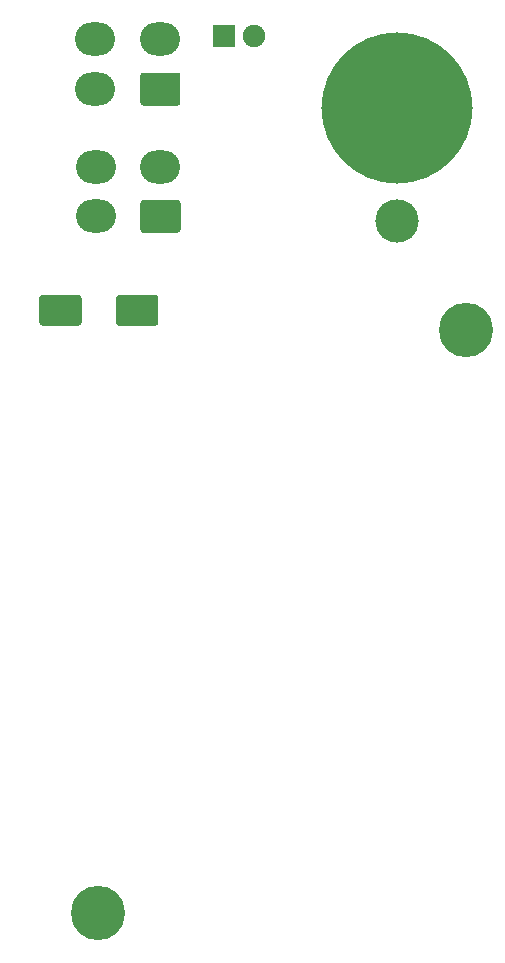
<source format=gbr>
%TF.GenerationSoftware,KiCad,Pcbnew,(5.1.6)-1*%
%TF.CreationDate,2020-12-18T16:59:39+11:00*%
%TF.ProjectId,OBOGS Panel PCB V2,4f424f47-5320-4506-916e-656c20504342,rev?*%
%TF.SameCoordinates,Original*%
%TF.FileFunction,Soldermask,Bot*%
%TF.FilePolarity,Negative*%
%FSLAX46Y46*%
G04 Gerber Fmt 4.6, Leading zero omitted, Abs format (unit mm)*
G04 Created by KiCad (PCBNEW (5.1.6)-1) date 2020-12-18 16:59:39*
%MOMM*%
%LPD*%
G01*
G04 APERTURE LIST*
%ADD10O,3.400000X2.800000*%
%ADD11C,3.672000*%
%ADD12C,12.800000*%
%ADD13C,4.600000*%
%ADD14C,1.900000*%
%ADD15R,1.900000X1.900000*%
G04 APERTURE END LIST*
D10*
%TO.C,J2*%
X164766360Y-60275360D03*
X164766360Y-64475360D03*
X170266360Y-60275360D03*
G36*
G01*
X171707100Y-65875360D02*
X168825620Y-65875360D01*
G75*
G02*
X168566360Y-65616100I0J259260D01*
G01*
X168566360Y-63334620D01*
G75*
G02*
X168825620Y-63075360I259260J0D01*
G01*
X171707100Y-63075360D01*
G75*
G02*
X171966360Y-63334620I0J-259260D01*
G01*
X171966360Y-65616100D01*
G75*
G02*
X171707100Y-65875360I-259260J0D01*
G01*
G37*
%TD*%
%TO.C,J1*%
X164751120Y-49495600D03*
X164751120Y-53695600D03*
X170251120Y-49495600D03*
G36*
G01*
X171691860Y-55095600D02*
X168810380Y-55095600D01*
G75*
G02*
X168551120Y-54836340I0J259260D01*
G01*
X168551120Y-52554860D01*
G75*
G02*
X168810380Y-52295600I259260J0D01*
G01*
X171691860Y-52295600D01*
G75*
G02*
X171951120Y-52554860I0J-259260D01*
G01*
X171951120Y-54836340D01*
G75*
G02*
X171691860Y-55095600I-259260J0D01*
G01*
G37*
%TD*%
D11*
%TO.C,1*%
X190279157Y-64837067D03*
D12*
X190279157Y-55312067D03*
X190279157Y-55312067D03*
%TD*%
D13*
%TO.C,3*%
X165006157Y-123447567D03*
%TD*%
%TO.C,2*%
X196121157Y-74108067D03*
%TD*%
%TO.C,C1*%
G36*
G01*
X166497860Y-73473180D02*
X166497860Y-71393180D01*
G75*
G02*
X166757860Y-71133180I260000J0D01*
G01*
X169837860Y-71133180D01*
G75*
G02*
X170097860Y-71393180I0J-260000D01*
G01*
X170097860Y-73473180D01*
G75*
G02*
X169837860Y-73733180I-260000J0D01*
G01*
X166757860Y-73733180D01*
G75*
G02*
X166497860Y-73473180I0J260000D01*
G01*
G37*
G36*
G01*
X159997860Y-73473180D02*
X159997860Y-71393180D01*
G75*
G02*
X160257860Y-71133180I260000J0D01*
G01*
X163337860Y-71133180D01*
G75*
G02*
X163597860Y-71393180I0J-260000D01*
G01*
X163597860Y-73473180D01*
G75*
G02*
X163337860Y-73733180I-260000J0D01*
G01*
X160257860Y-73733180D01*
G75*
G02*
X159997860Y-73473180I0J260000D01*
G01*
G37*
%TD*%
D14*
%TO.C,D17*%
X178153060Y-49209960D03*
D15*
X175613060Y-49209960D03*
%TD*%
M02*

</source>
